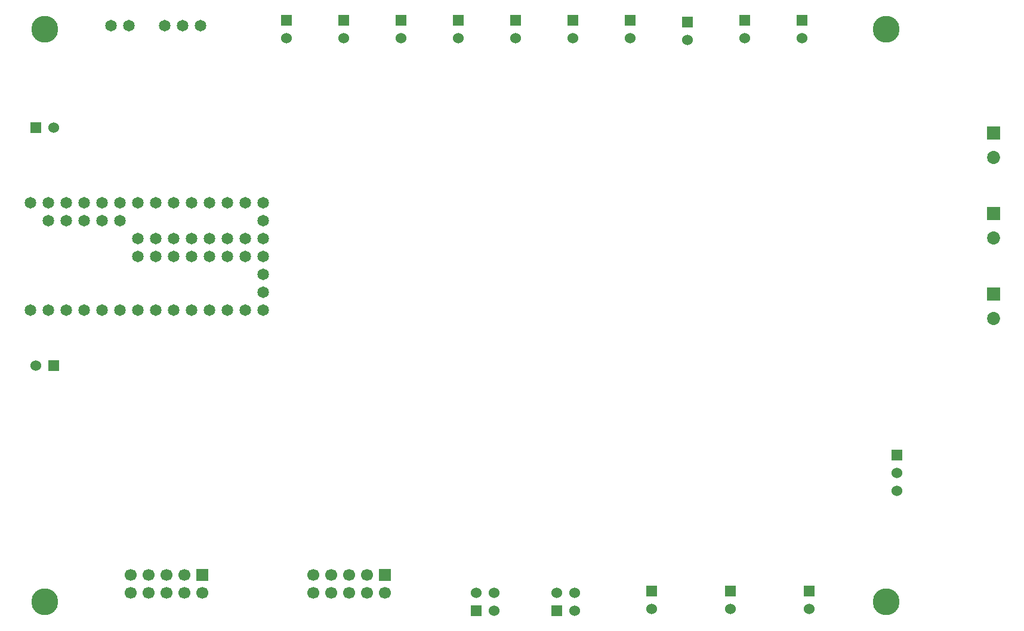
<source format=gbs>
%TF.GenerationSoftware,KiCad,Pcbnew,5.1.7-a382d34a8~87~ubuntu18.04.1*%
%TF.CreationDate,2021-02-16T09:57:15-08:00*%
%TF.ProjectId,potentiostat,706f7465-6e74-4696-9f73-7461742e6b69,rev?*%
%TF.SameCoordinates,Original*%
%TF.FileFunction,Soldermask,Bot*%
%TF.FilePolarity,Negative*%
%FSLAX46Y46*%
G04 Gerber Fmt 4.6, Leading zero omitted, Abs format (unit mm)*
G04 Created by KiCad (PCBNEW 5.1.7-a382d34a8~87~ubuntu18.04.1) date 2021-02-16 09:57:15*
%MOMM*%
%LPD*%
G01*
G04 APERTURE LIST*
%ADD10R,1.524000X1.524000*%
%ADD11C,1.524000*%
%ADD12C,1.854200*%
%ADD13R,1.854200X1.854200*%
%ADD14C,1.700000*%
%ADD15R,1.700000X1.700000*%
%ADD16C,1.650000*%
%ADD17C,3.810000*%
%ADD18C,1.651000*%
G04 APERTURE END LIST*
D10*
%TO.C,P5*%
X53340000Y-68580000D03*
D11*
X55880000Y-68580000D03*
%TD*%
D10*
%TO.C,K1*%
X175514000Y-115062000D03*
D11*
X175514000Y-117602000D03*
X175514000Y-120142000D03*
%TD*%
D12*
%TO.C,P1*%
X189230000Y-72870060D03*
D13*
X189230000Y-69369940D03*
%TD*%
D12*
%TO.C,P2*%
X189230000Y-84300060D03*
D13*
X189230000Y-80799940D03*
%TD*%
D12*
%TO.C,P3*%
X189230000Y-95730060D03*
D13*
X189230000Y-92229940D03*
%TD*%
D14*
%TO.C,P14*%
X66802000Y-134620000D03*
X66802000Y-132080000D03*
X69342000Y-134620000D03*
X69342000Y-132080000D03*
X71882000Y-134620000D03*
X71882000Y-132080000D03*
X74422000Y-134620000D03*
X74422000Y-132080000D03*
X76962000Y-134620000D03*
D15*
X76962000Y-132080000D03*
%TD*%
D14*
%TO.C,P13*%
X92710000Y-134620000D03*
X92710000Y-132080000D03*
X95250000Y-134620000D03*
X95250000Y-132080000D03*
X97790000Y-134620000D03*
X97790000Y-132080000D03*
X100330000Y-134620000D03*
X100330000Y-132080000D03*
X102870000Y-134620000D03*
D15*
X102870000Y-132080000D03*
%TD*%
D16*
%TO.C,U2*%
X57658000Y-81788000D03*
X55118000Y-81788000D03*
X60198000Y-81788000D03*
X62738000Y-81788000D03*
X65278000Y-81788000D03*
X67818000Y-84328000D03*
X70358000Y-84328000D03*
X72898000Y-84328000D03*
X75438000Y-84328000D03*
X77978000Y-84328000D03*
X80518000Y-84328000D03*
X83058000Y-84328000D03*
X83058000Y-86868000D03*
X80518000Y-86868000D03*
X77978000Y-86868000D03*
X75438000Y-86868000D03*
X72898000Y-86868000D03*
X70358000Y-86868000D03*
X67818000Y-86868000D03*
X52578000Y-79248000D03*
X55118000Y-79248000D03*
X57658000Y-79248000D03*
X60198000Y-79248000D03*
X62738000Y-79248000D03*
X65278000Y-79248000D03*
X67818000Y-79248000D03*
X70358000Y-79248000D03*
X72898000Y-79248000D03*
X75438000Y-79248000D03*
X77978000Y-79248000D03*
X80518000Y-79248000D03*
X83058000Y-79248000D03*
X85598000Y-79248000D03*
X85598000Y-81788000D03*
X85598000Y-84328000D03*
X85598000Y-86868000D03*
X85598000Y-89408000D03*
X85598000Y-91948000D03*
X85598000Y-94488000D03*
X83058000Y-94488000D03*
X80518000Y-94488000D03*
X77978000Y-94488000D03*
X75438000Y-94488000D03*
X72898000Y-94488000D03*
X70358000Y-94488000D03*
X67818000Y-94488000D03*
X65278000Y-94488000D03*
X62738000Y-94488000D03*
X60198000Y-94488000D03*
X57658000Y-94488000D03*
X55118000Y-94488000D03*
X52578000Y-94488000D03*
%TD*%
D10*
%TO.C,P7*%
X129540000Y-53340000D03*
D11*
X129540000Y-55880000D03*
%TD*%
D10*
%TO.C,P9*%
X137668000Y-53340000D03*
D11*
X137668000Y-55880000D03*
%TD*%
D10*
%TO.C,P20*%
X163068000Y-134366000D03*
D11*
X163068000Y-136906000D03*
%TD*%
%TO.C,P21*%
X145796000Y-56134000D03*
D10*
X145796000Y-53594000D03*
%TD*%
%TO.C,P19*%
X153924000Y-53340000D03*
D11*
X153924000Y-55880000D03*
%TD*%
D10*
%TO.C,P6*%
X121412000Y-53340000D03*
D11*
X121412000Y-55880000D03*
%TD*%
D10*
%TO.C,P10*%
X105156000Y-53340000D03*
D11*
X105156000Y-55880000D03*
%TD*%
D10*
%TO.C,P12*%
X97028000Y-53340000D03*
D11*
X97028000Y-55880000D03*
%TD*%
D10*
%TO.C,P11*%
X88900000Y-53340000D03*
D11*
X88900000Y-55880000D03*
%TD*%
D10*
%TO.C,P4*%
X55880000Y-102362000D03*
D11*
X53340000Y-102362000D03*
%TD*%
D10*
%TO.C,P18*%
X140716000Y-134366000D03*
D11*
X140716000Y-136906000D03*
%TD*%
D10*
%TO.C,P17*%
X151892000Y-134366000D03*
D11*
X151892000Y-136906000D03*
%TD*%
D10*
%TO.C,P8*%
X113284000Y-53340000D03*
D11*
X113284000Y-55880000D03*
%TD*%
D10*
%TO.C,P16*%
X127254000Y-137160000D03*
D11*
X127254000Y-134620000D03*
X129794000Y-137160000D03*
X129794000Y-134620000D03*
%TD*%
D10*
%TO.C,P15*%
X115824000Y-137160000D03*
D11*
X115824000Y-134620000D03*
X118364000Y-137160000D03*
X118364000Y-134620000D03*
%TD*%
D17*
%TO.C,H3*%
X173990000Y-135890000D03*
%TD*%
%TO.C,H4*%
X54610000Y-135890000D03*
%TD*%
%TO.C,H1*%
X54610000Y-54610000D03*
%TD*%
%TO.C,H2*%
X173990000Y-54610000D03*
%TD*%
D18*
%TO.C,U6*%
X64008000Y-54102000D03*
X66548000Y-54102000D03*
X71628000Y-54102000D03*
X74168000Y-54102000D03*
X76708000Y-54102000D03*
%TD*%
D10*
%TO.C,P22*%
X162052000Y-53340000D03*
D11*
X162052000Y-55880000D03*
%TD*%
M02*

</source>
